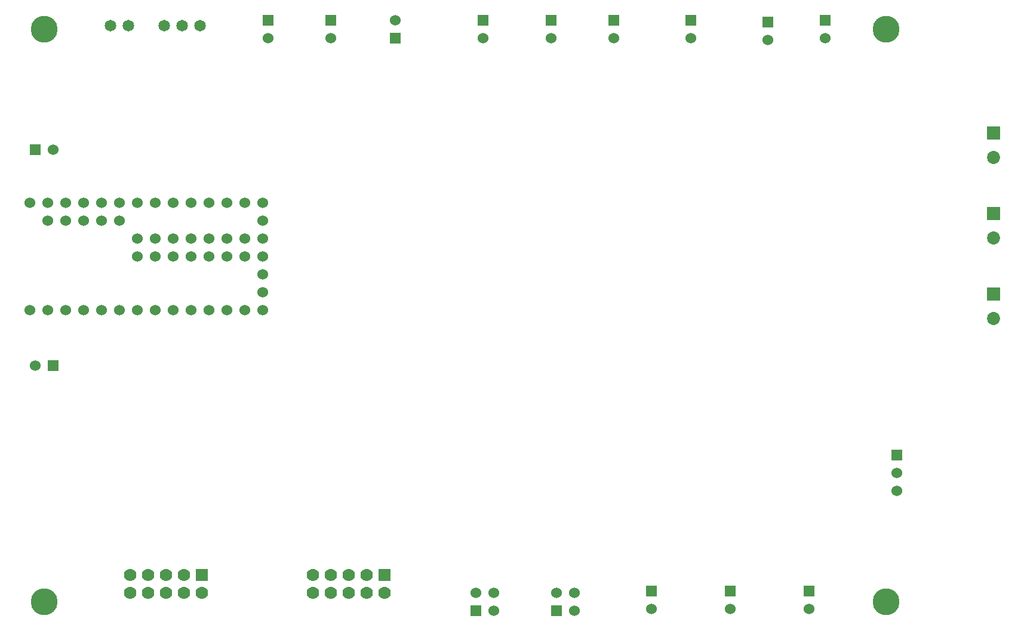
<source format=gbs>
G04 (created by PCBNEW (2013-jul-07)-stable) date Tue 18 Dec 2018 06:03:29 PM PST*
%MOIN*%
G04 Gerber Fmt 3.4, Leading zero omitted, Abs format*
%FSLAX34Y34*%
G01*
G70*
G90*
G04 APERTURE LIST*
%ADD10C,0.00590551*%
%ADD11R,0.06X0.06*%
%ADD12C,0.06*%
%ADD13R,0.07X0.07*%
%ADD14C,0.07*%
%ADD15C,0.15*%
%ADD16R,0.073X0.073*%
%ADD17C,0.073*%
%ADD18C,0.065*%
G04 APERTURE END LIST*
G54D10*
G54D11*
X69100Y-45300D03*
G54D12*
X69100Y-46300D03*
X69100Y-47300D03*
G54D11*
X50100Y-54000D03*
G54D12*
X50100Y-53000D03*
X51100Y-54000D03*
X51100Y-53000D03*
G54D11*
X45600Y-54000D03*
G54D12*
X45600Y-53000D03*
X46600Y-54000D03*
X46600Y-53000D03*
G54D11*
X46000Y-21000D03*
G54D12*
X46000Y-22000D03*
G54D11*
X41100Y-22000D03*
G54D12*
X41100Y-21000D03*
G54D11*
X22000Y-40300D03*
G54D12*
X21000Y-40300D03*
G54D11*
X49800Y-21000D03*
G54D12*
X49800Y-22000D03*
G54D11*
X21000Y-28250D03*
G54D12*
X22000Y-28250D03*
G54D11*
X53300Y-21000D03*
G54D12*
X53300Y-22000D03*
G54D11*
X57600Y-21000D03*
G54D12*
X57600Y-22000D03*
G54D11*
X55400Y-52900D03*
G54D12*
X55400Y-53900D03*
G54D11*
X61900Y-21100D03*
G54D12*
X61900Y-22100D03*
G54D11*
X64200Y-52900D03*
G54D12*
X64200Y-53900D03*
G54D11*
X59800Y-52900D03*
G54D12*
X59800Y-53900D03*
G54D11*
X65100Y-21000D03*
G54D12*
X65100Y-22000D03*
G54D11*
X37500Y-21000D03*
G54D12*
X37500Y-22000D03*
G54D11*
X34000Y-21000D03*
G54D12*
X34000Y-22000D03*
G54D13*
X30300Y-52000D03*
G54D14*
X30300Y-53000D03*
X29300Y-52000D03*
X29300Y-53000D03*
X28300Y-52000D03*
X28300Y-53000D03*
X27300Y-52000D03*
X27300Y-53000D03*
X26300Y-52000D03*
X26300Y-53000D03*
G54D13*
X40500Y-52000D03*
G54D14*
X40500Y-53000D03*
X39500Y-52000D03*
X39500Y-53000D03*
X38500Y-52000D03*
X38500Y-53000D03*
X37500Y-52000D03*
X37500Y-53000D03*
X36500Y-52000D03*
X36500Y-53000D03*
G54D15*
X68500Y-53500D03*
X21500Y-53500D03*
X21500Y-21500D03*
X68500Y-21500D03*
G54D16*
X74500Y-27311D03*
G54D17*
X74500Y-28689D03*
G54D16*
X74500Y-31811D03*
G54D17*
X74500Y-33189D03*
G54D16*
X74500Y-36311D03*
G54D17*
X74500Y-37689D03*
G54D18*
X25200Y-21300D03*
X26200Y-21300D03*
X28200Y-21300D03*
X29200Y-21300D03*
X30200Y-21300D03*
G54D12*
X20700Y-37200D03*
X21700Y-37200D03*
X22700Y-37200D03*
X23700Y-37200D03*
X24700Y-37200D03*
X25700Y-37200D03*
X26700Y-37200D03*
X27700Y-37200D03*
X28700Y-37200D03*
X29700Y-37200D03*
X30700Y-37200D03*
X31700Y-37200D03*
X32700Y-37200D03*
X33700Y-37200D03*
X33700Y-36200D03*
X33700Y-35200D03*
X33700Y-34200D03*
X33700Y-33200D03*
X33700Y-32200D03*
X33700Y-31200D03*
X32700Y-31200D03*
X31700Y-31200D03*
X30700Y-31200D03*
X29700Y-31200D03*
X28700Y-31200D03*
X27700Y-31200D03*
X26700Y-31200D03*
X25700Y-31200D03*
X24700Y-31200D03*
X23700Y-31200D03*
X22700Y-31200D03*
X21700Y-31200D03*
X20700Y-31200D03*
X26700Y-34200D03*
X27700Y-34200D03*
X28700Y-34200D03*
X29700Y-34200D03*
X30700Y-34200D03*
X31700Y-34200D03*
X32700Y-34200D03*
X32700Y-33200D03*
X31700Y-33200D03*
X30700Y-33200D03*
X29700Y-33200D03*
X28700Y-33200D03*
X27700Y-33200D03*
X26700Y-33200D03*
X25700Y-32200D03*
X24700Y-32200D03*
X23700Y-32200D03*
X21700Y-32200D03*
X22700Y-32200D03*
M02*

</source>
